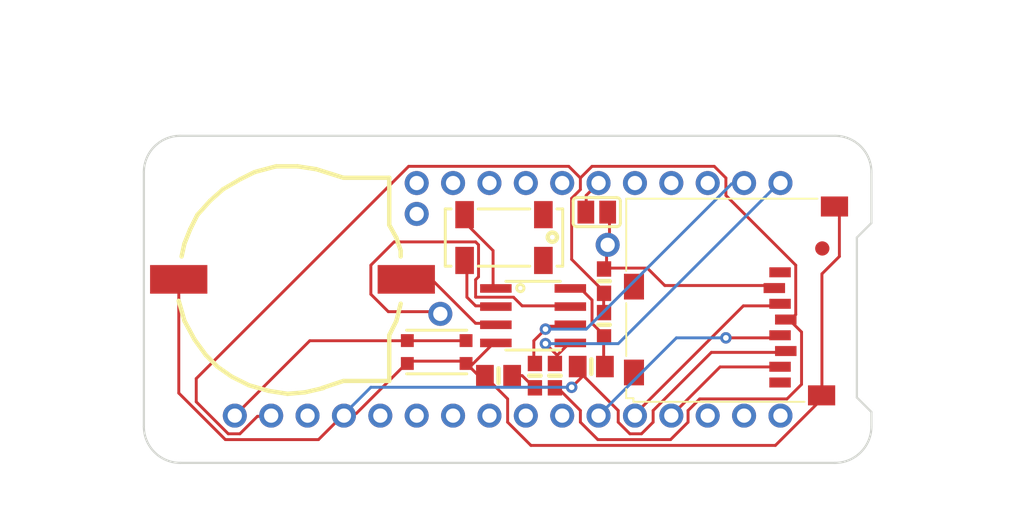
<source format=kicad_pcb>
(kicad_pcb (version 20241229) (generator "pcbnew") (generator_version "9.0")
  (layers (0 "F.Cu" signal "Top") (2 "B.Cu" signal "Bottom") (13 "F.Paste" user) (15 "B.Paste" user) (5 "F.SilkS" user) (7 "B.SilkS" user) (1 "F.Mask" user) (3 "B.Mask" user) (25 "Edge.Cuts" user))
  (net 0 "")
  (net 1 "G")
  (net 2 "TX")
  (net 3 "RX")
  (net 4 "F")
  (net 5 "E")
  (net 6 "D")
  (net 7 "C")
  (net 8 "B")
  (net 9 "A")
  (net 10 "AREF")
  (net 11 "USB")
  (net 12 "N")
  (net 13 "M")
  (net 14 "L")
  (net 15 "J")
  (net 16 "I")
  (net 17 "H")
  (net 18 "SCL")
  (net 19 "SDA")
  (net 20 "GND")
  (net 21 "MOSI")
  (net 22 "MISO")
  (net 23 "SCK")
  (net 24 "+3V3")
  (net 25 "SD_CS")
  (net 26 "RESET")
  (net 27 "N$7")
  (net 28 "N$8")
  (net 29 "VBAT")
  (net 30 "EN")
  (net 31 "CR1220")
  (net 32 "INT1")
  (net 33 "CS")
  (net 34 "N$1")
  (footprint "MICROSD" (layer "F.Cu") (at 156.8831 112.1156 90)
    (property "Reference" "X4" (hide yes))
    (property "Value" "microsd" (hide yes))
    (fp_line (start 14.15 -0.1) (end 14.15 13.25) (stroke (width 0.127)) (layer "F.SilkS"))
    (fp_line (start 9.1 -0.1) (end 14.15 -0.1) (stroke (width 0.127)) (layer "F.SilkS"))
    (fp_line (start 3.15 -0.1) (end 6.85 -0.1) (stroke (width 0.127)) (layer "F.SilkS"))
    (fp_line (start 0.85 -0.1) (end 0.2 -0.1) (stroke (width 0.127)) (layer "F.SilkS"))
    (fp_line (start 0.2 -0.1) (end 0.2 0.4) (stroke (width 0.127)) (layer "F.SilkS"))
    (fp_line (start 0.2 0.4) (end -0.05 0.4) (stroke (width 0.127)) (layer "F.SilkS"))
    (fp_line (start -0.05 0.4) (end -0.05 12.35) (stroke (width 0.127)) (layer "F.SilkS"))
    (pad "1" smd rect (at 9 10.64 90) (size 0.7 1.5) (layers "F.Cu" "F.Mask" "F.Paste"))
    (pad "2" smd rect (at 7.9 10.24 90) (size 0.7 1.5) (layers "F.Cu" "F.Mask" "F.Paste") (net 25 "SD_CS"))
    (pad "3" smd rect (at 6.8 10.64 90) (size 0.7 1.5) (layers "F.Cu" "F.Mask" "F.Paste") (net 21 "MOSI"))
    (pad "4" smd rect (at 5.7 11.04 90) (size 0.7 1.5) (layers "F.Cu" "F.Mask" "F.Paste") (net 24 "+3V3"))
    (pad "5" smd rect (at 4.6 10.64 90) (size 0.7 1.5) (layers "F.Cu" "F.Mask" "F.Paste") (net 23 "SCK"))
    (pad "6" smd rect (at 3.5 11.04 90) (size 0.7 1.5) (layers "F.Cu" "F.Mask" "F.Paste") (net 20 "GND"))
    (pad "7" smd rect (at 2.4 10.64 90) (size 0.7 1.5) (layers "F.Cu" "F.Mask" "F.Paste") (net 22 "MISO"))
    (pad "8" smd rect (at 1.3 10.64 90) (size 0.7 1.5) (layers "F.Cu" "F.Mask" "F.Paste"))
    (pad "CD1" smd rect (at 2 0.44 180) (size 1.4 1.8) (layers "F.Cu" "F.Mask" "F.Paste"))
    (pad "CD2" smd rect (at 8 0.44 180) (size 1.4 1.8) (layers "F.Cu" "F.Mask" "F.Paste"))
    (pad "MT1" smd rect (at 0.4 13.54 90) (size 1.4 1.9) (layers "F.Cu" "F.Mask" "F.Paste") (net 20 "GND"))
    (pad "MT2" smd rect (at 13.6 14.44 90) (size 1.4 1.9) (layers "F.Cu" "F.Mask" "F.Paste") (net 20 "GND"))
  )
  (footprint "BTN_KMR2_4.6X2.8" (layer "F.Cu") (at 143.5481 108.6866 180)
    (property "Reference" "SW1" (hide yes))
    (property "Value" "KMR2" (hide yes))
    (fp_line (start 2.1 1.5254) (end -2.1 1.5254) (stroke (width 0.2032)) (layer "F.SilkS"))
    (fp_line (start -2.1 -1.5254) (end 2.1 -1.5254) (stroke (width 0.2032)) (layer "F.SilkS"))
    (pad "A" smd rect (at 2.05 -0.8 180) (size 0.9 0.9) (layers "F.Cu" "F.Mask" "F.Paste") (net 20 "GND"))
    (pad "A'" smd rect (at -2.05 -0.8 180) (size 0.9 0.9) (layers "F.Cu" "F.Mask" "F.Paste") (net 20 "GND"))
    (pad "B" smd rect (at 2.05 0.8 180) (size 0.9 0.9) (layers "F.Cu" "F.Mask" "F.Paste") (net 26 "RESET"))
    (pad "B'" smd rect (at -2.05 0.8 180) (size 0.9 0.9) (layers "F.Cu" "F.Mask" "F.Paste") (net 26 "RESET"))
  )
  (footprint "SOIC8_150MIL" (layer "F.Cu") (at 150.2791 106.1466 -90)
    (property "Reference" "IC1" (hide yes))
    (property "Value" "PCF8523T" (hide yes))
    (fp_line (start -2.4 1.9) (end -2.4 -1.9) (stroke (width 0.2032)) (layer "F.SilkS"))
    (fp_line (start 2.4 -1.9) (end 2.4 1.9) (stroke (width 0.2032)) (layer "F.SilkS"))
    (fp_circle (center -1.9304 0.889) (end -1.6764 0.889) (stroke (width 0.2032)) (fill no) (layer "F.SilkS"))
    (pad "1" smd rect (at -1.905 2.6 270) (size 0.6 2.2) (layers "F.Cu" "F.Mask" "F.Paste") (net 27 "N$7"))
    (pad "2" smd rect (at -0.635 2.6 270) (size 0.6 2.2) (layers "F.Cu" "F.Mask" "F.Paste") (net 28 "N$8"))
    (pad "3" smd rect (at 0.635 2.6 270) (size 0.6 2.2) (layers "F.Cu" "F.Mask" "F.Paste") (net 31 "CR1220"))
    (pad "4" smd rect (at 1.905 2.6 270) (size 0.6 2.2) (layers "F.Cu" "F.Mask" "F.Paste") (net 20 "GND"))
    (pad "5" smd rect (at 1.905 -2.6 270) (size 0.6 2.2) (layers "F.Cu" "F.Mask" "F.Paste") (net 19 "SDA"))
    (pad "6" smd rect (at 0.635 -2.6 270) (size 0.6 2.2) (layers "F.Cu" "F.Mask" "F.Paste") (net 18 "SCL"))
    (pad "7" smd rect (at -0.635 -2.6 270) (size 0.6 2.2) (layers "F.Cu" "F.Mask" "F.Paste") (net 32 "INT1"))
    (pad "8" smd rect (at -1.905 -2.6 270) (size 0.6 2.2) (layers "F.Cu" "F.Mask" "F.Paste") (net 34 "N$1"))
  )
  (footprint "CRYSTAL_8X3.8" (layer "F.Cu") (at 148.2471 100.6856)
    (property "Reference" "Y1" (hide yes))
    (property "Value" "32khz" (hide yes))
    (fp_line (start -4.1 -2) (end -4.1 2) (stroke (width 0.2032)) (layer "F.SilkS"))
    (fp_line (start -4.1 2) (end -3.7 2) (stroke (width 0.2032)) (layer "F.SilkS"))
    (fp_line (start -3.7 -2) (end -4.1 -2) (stroke (width 0.2032)) (layer "F.SilkS"))
    (fp_line (start -1.8 -2) (end 1.8 -2) (stroke (width 0.2032)) (layer "F.SilkS"))
    (fp_line (start -1.8 2) (end 1.8 2) (stroke (width 0.2032)) (layer "F.SilkS"))
    (fp_line (start 3.7 -2) (end 4.1 -2) (stroke (width 0.2032)) (layer "F.SilkS"))
    (fp_line (start 4.1 -2) (end 4.1 2) (stroke (width 0.2032)) (layer "F.SilkS"))
    (fp_line (start 4.1 2) (end 3.7 2) (stroke (width 0.2032)) (layer "F.SilkS"))
    (fp_circle (center 3.3782 -0.0254) (end 3.701487 -0.0254) (stroke (width 0.3048)) (fill no) (layer "F.SilkS"))
    (pad "P$1" smd rect (at -2.75 1.6) (size 1.3 1.9) (layers "F.Cu" "F.Mask" "F.Paste") (net 28 "N$8"))
    (pad "P$2" smd rect (at 2.75 1.6) (size 1.3 1.9) (layers "F.Cu" "F.Mask" "F.Paste"))
    (pad "P$3" smd rect (at 2.75 -1.6) (size 1.3 1.9) (layers "F.Cu" "F.Mask" "F.Paste"))
    (pad "P$4" smd rect (at -2.75 -1.6) (size 1.3 1.9) (layers "F.Cu" "F.Mask" "F.Paste") (net 27 "N$7"))
  )
  (footprint "0603-NO" (layer "F.Cu") (at 151.8031 110.3376 -90)
    (property "Reference" "R1" (hide yes))
    (property "Value" "10K" (hide yes))
    (fp_line (start 0 -0.4) (end 0 0.4) (stroke (width 0.3048)) (layer "F.SilkS"))
    (pad "1" smd rect (at -0.85 0 270) (size 1.075 1) (layers "F.Cu" "F.Mask" "F.Paste") (net 19 "SDA"))
    (pad "2" smd rect (at 0.85 0 270) (size 1.075 1) (layers "F.Cu" "F.Mask" "F.Paste") (net 24 "+3V3"))
  )
  (footprint "0603-NO" (layer "F.Cu") (at 150.4061 110.3376 -90)
    (property "Reference" "R2" (hide yes))
    (property "Value" "10K" (hide yes))
    (fp_line (start 0 -0.4) (end 0 0.4) (stroke (width 0.3048)) (layer "F.SilkS"))
    (pad "1" smd rect (at -0.85 0 270) (size 1.075 1) (layers "F.Cu" "F.Mask" "F.Paste") (net 18 "SCL"))
    (pad "2" smd rect (at 0.85 0 270) (size 1.075 1) (layers "F.Cu" "F.Mask" "F.Paste") (net 24 "+3V3"))
  )
  (footprint "0603-NO" (layer "F.Cu") (at 155.2321 103.7336 -90)
    (property "Reference" "R3" (hide yes))
    (property "Value" "100K" (hide yes))
    (fp_line (start 0 -0.4) (end 0 0.4) (stroke (width 0.3048)) (layer "F.SilkS"))
    (pad "1" smd rect (at -0.85 0 270) (size 1.075 1) (layers "F.Cu" "F.Mask" "F.Paste") (net 25 "SD_CS"))
    (pad "2" smd rect (at 0.85 0 270) (size 1.075 1) (layers "F.Cu" "F.Mask" "F.Paste") (net 24 "+3V3"))
  )
  (footprint "CR1220-2" (layer "F.Cu") (at 133.1341 103.6066)
    (property "Reference" "B1" (hide yes))
    (property "Value" "cr1220" (hide yes))
    (fp_line (start -7.6 1.5) (end -7.2 2.9) (stroke (width 0.3048)) (layer "F.SilkS"))
    (fp_line (start -7.4 -1.6) (end -7.2 -2.5) (stroke (width 0.3048)) (layer "F.SilkS"))
    (fp_line (start -7.2 -2.5) (end -6.8 -3.5) (stroke (width 0.3048)) (layer "F.SilkS"))
    (fp_line (start -7.2 2.9) (end -6.5 4.2) (stroke (width 0.3048)) (layer "F.SilkS"))
    (fp_line (start -6.8 -3.5) (end -6.3 -4.5) (stroke (width 0.3048)) (layer "F.SilkS"))
    (fp_line (start -6.5 4.2) (end -5.7 5.3) (stroke (width 0.3048)) (layer "F.SilkS"))
    (fp_line (start -6.3 -4.5) (end -5.4 -5.5) (stroke (width 0.3048)) (layer "F.SilkS"))
    (fp_line (start -5.7 5.3) (end -4.9 6.1) (stroke (width 0.3048)) (layer "F.SilkS"))
    (fp_line (start -5.4 -5.5) (end -4.5 -6.3) (stroke (width 0.3048)) (layer "F.SilkS"))
    (fp_line (start -4.9 6.1) (end -3.9 6.8) (stroke (width 0.3048)) (layer "F.SilkS"))
    (fp_line (start -4.5 -6.3) (end -3.3 -7) (stroke (width 0.3048)) (layer "F.SilkS"))
    (fp_line (start -3.9 6.8) (end -2.7 7.4) (stroke (width 0.3048)) (layer "F.SilkS"))
    (fp_line (start -3.3 -7) (end -2.3 -7.5) (stroke (width 0.3048)) (layer "F.SilkS"))
    (fp_line (start -2.7 7.4) (end -1.3 7.8) (stroke (width 0.3048)) (layer "F.SilkS"))
    (fp_line (start -2.3 -7.5) (end -0.8 -7.9) (stroke (width 0.3048)) (layer "F.SilkS"))
    (fp_line (start -1.3 7.8) (end 0 8) (stroke (width 0.3048)) (layer "F.SilkS"))
    (fp_line (start -0.8 -7.9) (end 0.7 -7.9) (stroke (width 0.3048)) (layer "F.SilkS"))
    (fp_line (start 0 8) (end 1.2 7.9) (stroke (width 0.3048)) (layer "F.SilkS"))
    (fp_line (start 0.7 -7.9) (end 2 -7.7) (stroke (width 0.3048)) (layer "F.SilkS"))
    (fp_line (start 1.2 7.9) (end 2.5 7.6) (stroke (width 0.3048)) (layer "F.SilkS"))
    (fp_line (start 2 -7.7) (end 3.9 -7.1) (stroke (width 0.3048)) (layer "F.SilkS"))
    (fp_line (start 2.4 7.6) (end 3.9 7.1) (stroke (width 0.3048)) (layer "F.SilkS"))
    (fp_line (start 3.95 -7.1) (end 7.1 -7.1) (stroke (width 0.3048)) (layer "F.SilkS"))
    (fp_line (start 3.95 7.1) (end 7.1 7.1) (stroke (width 0.3048)) (layer "F.SilkS"))
    (fp_line (start 7.1 -7.1) (end 7.1 -3.8) (stroke (width 0.3048)) (layer "F.SilkS"))
    (fp_line (start 7.1 -3.8) (end 7.6 -2.9) (stroke (width 0.3048)) (layer "F.SilkS"))
    (fp_line (start 7.1 3.9) (end 7.6 2.9) (stroke (width 0.3048)) (layer "F.SilkS"))
    (fp_line (start 7.1 7.1) (end 7.1 3.9) (stroke (width 0.3048)) (layer "F.SilkS"))
    (fp_line (start 7.6 -2.9) (end 7.9 -2) (stroke (width 0.3048)) (layer "F.SilkS"))
    (fp_line (start 7.6 2.9) (end 7.9 1.7) (stroke (width 0.3048)) (layer "F.SilkS"))
    (fp_line (start 7.9 -2) (end 7.9 -1.6) (stroke (width 0.3048)) (layer "F.SilkS"))
    (pad "" np_thru_hole circle (at -3.5 0) (size 1.5 1.5) (drill 1.5) (layers "*.Cu" "*.Mask"))
    (pad "" np_thru_hole circle (at 3.95 0) (size 1.5 1.5) (drill 1.5) (layers "*.Cu" "*.Mask"))
    (pad "+" smd rect (at 8.29 0) (size 4 2) (layers "F.Cu" "F.Mask" "F.Paste") (net 31 "CR1220"))
    (pad "-" smd rect (at -7.6 0) (size 4 2) (layers "F.Cu" "F.Mask" "F.Paste") (net 20 "GND"))
  )
  (footprint "0805-NO" (layer "F.Cu") (at 154.3431 109.7026 180)
    (property "Reference" "C1" (hide yes))
    (property "Value" "10uF" (hide yes))
    (fp_line (start 0 -0.508) (end 0 0.508) (stroke (width 0.3048)) (layer "F.SilkS"))
    (pad "1" smd rect (at -0.95 0 180) (size 1.24 1.5) (layers "F.Cu" "F.Mask" "F.Paste") (net 34 "N$1"))
    (pad "2" smd rect (at 0.95 0 180) (size 1.24 1.5) (layers "F.Cu" "F.Mask" "F.Paste") (net 20 "GND"))
  )
  (footprint "1X11_ROUND" (layer "F.Cu") (at 154.8511 96.8756)
    (property "Reference" "JP1" (hide yes))
    (property "Value" "")
    (pad "1" thru_hole circle (at -12.7 0 90) (size 1.6764 1.6764) (drill 1) (layers "*.Cu" "*.Mask") (net 30 "EN"))
    (pad "2" thru_hole circle (at -10.16 0 90) (size 1.6764 1.6764) (drill 1) (layers "*.Cu" "*.Mask") (net 11 "USB"))
    (pad "3" thru_hole circle (at -7.62 0 90) (size 1.6764 1.6764) (drill 1) (layers "*.Cu" "*.Mask") (net 12 "N"))
    (pad "4" thru_hole circle (at -5.08 0 90) (size 1.6764 1.6764) (drill 1) (layers "*.Cu" "*.Mask") (net 13 "M"))
    (pad "5" thru_hole circle (at -2.54 0 90) (size 1.6764 1.6764) (drill 1) (layers "*.Cu" "*.Mask") (net 14 "L"))
    (pad "6" thru_hole circle (at 0 0 90) (size 1.6764 1.6764) (drill 1) (layers "*.Cu" "*.Mask") (net 33 "CS"))
    (pad "7" thru_hole circle (at 2.54 0 90) (size 1.6764 1.6764) (drill 1) (layers "*.Cu" "*.Mask") (net 15 "J"))
    (pad "8" thru_hole circle (at 5.08 0 90) (size 1.6764 1.6764) (drill 1) (layers "*.Cu" "*.Mask") (net 16 "I"))
    (pad "9" thru_hole circle (at 7.62 0 90) (size 1.6764 1.6764) (drill 1) (layers "*.Cu" "*.Mask") (net 17 "H"))
    (pad "10" thru_hole circle (at 10.16 0 90) (size 1.6764 1.6764) (drill 1) (layers "*.Cu" "*.Mask") (net 18 "SCL"))
    (pad "11" thru_hole circle (at 12.7 0 90) (size 1.6764 1.6764) (drill 1) (layers "*.Cu" "*.Mask") (net 19 "SDA"))
  )
  (footprint "1X16_ROUND" (layer "F.Cu") (at 148.5011 113.1316 180)
    (property "Reference" "JP2" (hide yes))
    (property "Value" "")
    (pad "1" thru_hole circle (at -19.05 0 270) (size 1.6764 1.6764) (drill 1) (layers "*.Cu" "*.Mask") (net 1 "G"))
    (pad "2" thru_hole circle (at -16.51 0 270) (size 1.6764 1.6764) (drill 1) (layers "*.Cu" "*.Mask") (net 2 "TX"))
    (pad "3" thru_hole circle (at -13.97 0 270) (size 1.6764 1.6764) (drill 1) (layers "*.Cu" "*.Mask") (net 3 "RX"))
    (pad "4" thru_hole circle (at -11.43 0 270) (size 1.6764 1.6764) (drill 1) (layers "*.Cu" "*.Mask") (net 22 "MISO"))
    (pad "5" thru_hole circle (at -8.89 0 270) (size 1.6764 1.6764) (drill 1) (layers "*.Cu" "*.Mask") (net 21 "MOSI"))
    (pad "6" thru_hole circle (at -6.35 0 270) (size 1.6764 1.6764) (drill 1) (layers "*.Cu" "*.Mask") (net 23 "SCK"))
    (pad "7" thru_hole circle (at -3.81 0 270) (size 1.6764 1.6764) (drill 1) (layers "*.Cu" "*.Mask") (net 4 "F"))
    (pad "8" thru_hole circle (at -1.27 0 270) (size 1.6764 1.6764) (drill 1) (layers "*.Cu" "*.Mask") (net 5 "E"))
    (pad "9" thru_hole circle (at 1.27 0 270) (size 1.6764 1.6764) (drill 1) (layers "*.Cu" "*.Mask") (net 6 "D"))
    (pad "10" thru_hole circle (at 3.81 0 270) (size 1.6764 1.6764) (drill 1) (layers "*.Cu" "*.Mask") (net 7 "C"))
    (pad "11" thru_hole circle (at 6.35 0 270) (size 1.6764 1.6764) (drill 1) (layers "*.Cu" "*.Mask") (net 8 "B"))
    (pad "12" thru_hole circle (at 8.89 0 270) (size 1.6764 1.6764) (drill 1) (layers "*.Cu" "*.Mask") (net 9 "A"))
    (pad "13" thru_hole circle (at 11.43 0 270) (size 1.6764 1.6764) (drill 1) (layers "*.Cu" "*.Mask") (net 20 "GND"))
    (pad "14" thru_hole circle (at 13.97 0 270) (size 1.6764 1.6764) (drill 1) (layers "*.Cu" "*.Mask") (net 10 "AREF"))
    (pad "15" thru_hole circle (at 16.51 0 270) (size 1.6764 1.6764) (drill 1) (layers "*.Cu" "*.Mask") (net 24 "+3V3"))
    (pad "16" thru_hole circle (at 19.05 0 270) (size 1.6764 1.6764) (drill 1) (layers "*.Cu" "*.Mask") (net 26 "RESET"))
  )
  (footprint "1X01_ROUND" (layer "F.Cu") (at 142.1511 99.0346)
    (property "Reference" "JP3" (hide yes))
    (property "Value" "")
    (pad "1" thru_hole circle (at 0 0 90) (size 1.6764 1.6764) (drill 1) (layers "*.Cu" "*.Mask") (net 29 "VBAT"))
  )
  (footprint "1X01_ROUND" (layer "F.Cu") (at 155.4861 101.1936)
    (property "Reference" "SDCS" (hide yes))
    (property "Value" "")
    (pad "1" thru_hole circle (at 0 0 90) (size 1.6764 1.6764) (drill 1) (layers "*.Cu" "*.Mask") (net 25 "SD_CS"))
  )
  (footprint "SOLDERJUMPER_CLOSEDWIRE" (layer "F.Cu") (at 154.7241 98.9076)
    (property "Reference" "SJ1" (hide yes))
    (property "Value" "")
    (fp_line (start -1.651 0.762) (end -1.651 -0.762) (stroke (width 0.2032)) (layer "F.SilkS"))
    (fp_line (start -1.397 -1.016) (end 1.397 -1.016) (stroke (width 0.2032)) (layer "F.SilkS"))
    (fp_line (start 1.397 1.016) (end -1.397 1.016) (stroke (width 0.2032)) (layer "F.SilkS"))
    (fp_line (start 1.651 0.762) (end 1.651 -0.762) (stroke (width 0.2032)) (layer "F.SilkS"))
    (fp_arc (start -1.651 -0.762) (mid -1.576605 -0.941605) (end -1.397 -1.016) (stroke (width 0.2032)) (layer "F.SilkS"))
    (fp_arc (start -1.397 1.016) (mid -1.576605 0.941605) (end -1.651 0.762) (stroke (width 0.2032)) (layer "F.SilkS"))
    (fp_arc (start 1.397 -1.016) (mid 1.576605 -0.941605) (end 1.651 -0.762) (stroke (width 0.2032)) (layer "F.SilkS"))
    (fp_arc (start 1.651 0.762) (mid 1.576605 0.941605) (end 1.397 1.016) (stroke (width 0.2032)) (layer "F.SilkS"))
    (pad "1" smd rect (at -0.762 0) (size 1.1684 1.6002) (layers "F.Cu" "F.Mask") (net 33 "CS"))
    (pad "2" smd rect (at 0.762 0) (size 1.1684 1.6002) (layers "F.Cu" "F.Mask") (net 25 "SD_CS"))
  )
  (footprint "1X01_ROUND" (layer "F.Cu") (at 143.8021 106.0196)
    (property "Reference" "INT1" (hide yes))
    (property "Value" "")
    (pad "1" thru_hole circle (at 0 0 90) (size 1.6764 1.6764) (drill 1) (layers "*.Cu" "*.Mask") (net 32 "INT1"))
  )
  (footprint "FIDUCIAL_1MM" (layer "F.Cu") (at 170.4721 101.4476)
    (property "Reference" "FID1" (hide yes))
    (property "Value" "FIDUCIAL_1MM" (hide yes))
    (pad "1" smd roundrect (at 0 0) (size 1 1) (layers "F.Cu" "F.Mask") (roundrect_rratio 0.5))
  )
  (footprint "0603-NO" (layer "F.Cu") (at 155.2321 106.7816 -90)
    (property "Reference" "R4" (hide yes))
    (property "Value" "1K" (hide yes))
    (fp_line (start 0 -0.4) (end 0 0.4) (stroke (width 0.3048)) (layer "F.SilkS"))
    (pad "1" smd rect (at -0.85 0 270) (size 1.075 1) (layers "F.Cu" "F.Mask" "F.Paste") (net 24 "+3V3"))
    (pad "2" smd rect (at 0.85 0 270) (size 1.075 1) (layers "F.Cu" "F.Mask" "F.Paste") (net 34 "N$1"))
  )
  (footprint "0805-NO" (layer "F.Cu") (at 147.8661 110.3376 180)
    (property "Reference" "C2" (hide yes))
    (property "Value" "10uF" (hide yes))
    (fp_line (start 0 -0.508) (end 0 0.508) (stroke (width 0.3048)) (layer "F.SilkS"))
    (pad "1" smd rect (at -0.95 0 180) (size 1.24 1.5) (layers "F.Cu" "F.Mask" "F.Paste") (net 24 "+3V3"))
    (pad "2" smd rect (at 0.95 0 180) (size 1.24 1.5) (layers "F.Cu" "F.Mask" "F.Paste") (net 20 "GND"))
  )
  (gr_line (start 173.9011 96.1136) (end 173.9011 99.6696) (stroke (width 0.15)) (layer "Edge.Cuts"))
  (gr_arc (start 171.3611 93.5736) (mid 173.157151 94.317549) (end 173.9011 96.1136) (stroke (width 0.15)) (layer "Edge.Cuts"))
  (gr_line (start 172.8851 100.6856) (end 172.8851 111.8616) (stroke (width 0.15)) (layer "Edge.Cuts"))
  (gr_line (start 173.9011 99.6696) (end 172.8851 100.6856) (stroke (width 0.15)) (layer "Edge.Cuts"))
  (gr_line (start 171.3611 93.5736) (end 125.6411 93.5736) (stroke (width 0.15)) (layer "Edge.Cuts"))
  (gr_line (start 123.1011 113.8936) (end 123.1011 96.1136) (stroke (width 0.15)) (layer "Edge.Cuts"))
  (gr_line (start 172.8851 111.8616) (end 173.9011 112.8776) (stroke (width 0.15)) (layer "Edge.Cuts"))
  (gr_line (start 171.3611 116.4336) (end 125.6411 116.4336) (stroke (width 0.15)) (layer "Edge.Cuts"))
  (gr_arc (start 173.9011 113.8936) (mid 173.157151 115.689651) (end 171.3611 116.4336) (stroke (width 0.15)) (layer "Edge.Cuts"))
  (gr_arc (start 123.1011 96.1136) (mid 123.845049 94.317549) (end 125.6411 93.5736) (stroke (width 0.15)) (layer "Edge.Cuts"))
  (gr_arc (start 125.6411 116.4336) (mid 123.845049 115.689651) (end 123.1011 113.8936) (stroke (width 0.15)) (layer "Edge.Cuts"))
  (gr_line (start 173.9011 112.8776) (end 173.9011 113.8936) (stroke (width 0.15)) (layer "Edge.Cuts"))
  (segment (start 152.7683 106.8832) (end 151.3459 106.8832) (width 0.2032) (layer "F.Cu") (net 18))
  (segment (start 151.3459 106.8832) (end 151.1427 107.0864) (width 0.2032) (layer "F.Cu") (net 18))
  (segment (start 150.3299 107.8992) (end 150.3299 109.3216) (width 0.2032) (layer "F.Cu") (net 18))
  (segment (start 151.1427 107.0864) (end 150.3299 107.8992) (width 0.2032) (layer "F.Cu") (net 18))
  (segment (start 152.7683 106.8832) (end 152.8791 106.7816) (width 0.2032) (layer "F.Cu") (net 18))
  (segment (start 150.3299 109.3216) (end 150.4061 109.4876) (width 0.2032) (layer "F.Cu") (net 18))
  (via (at 151.1427 107.0864) (size 0.8001) (drill 0.3937) (layers "F.Cu" "B.Cu") (net 18))
  (segment (start 153.9875 107.0864) (end 164.1475 96.9264) (width 0.2032) (layer "B.Cu") (net 18))
  (segment (start 151.1427 107.0864) (end 153.9875 107.0864) (width 0.2032) (layer "B.Cu") (net 18))
  (segment (start 164.9603 96.9264) (end 165.0111 96.8756) (width 0.2032) (layer "B.Cu") (net 18))
  (segment (start 164.1475 96.9264) (end 164.9603 96.9264) (width 0.2032) (layer "B.Cu") (net 18))
  (segment (start 152.7683 108.1024) (end 152.8791 108.0516) (width 0.2032) (layer "F.Cu") (net 19))
  (segment (start 152.7683 108.1024) (end 151.9555 108.9152) (width 0.2032) (layer "F.Cu") (net 19))
  (segment (start 151.9555 109.3216) (end 151.8031 109.4876) (width 0.2032) (layer "F.Cu") (net 19))
  (segment (start 151.1427 108.1024) (end 151.9555 108.9152) (width 0.2032) (layer "F.Cu") (net 19))
  (segment (start 151.9555 108.9152) (end 151.9555 109.3216) (width 0.2032) (layer "F.Cu") (net 19))
  (via (at 151.1427 108.1024) (size 0.8001) (drill 0.3937) (layers "F.Cu" "B.Cu") (net 19))
  (segment (start 156.2227 108.1024) (end 151.1427 108.1024) (width 0.2032) (layer "B.Cu") (net 19))
  (segment (start 167.3987 96.9264) (end 156.2227 108.1024) (width 0.2032) (layer "B.Cu") (net 19))
  (segment (start 167.3987 96.9264) (end 167.5511 96.8756) (width 0.2032) (layer "B.Cu") (net 19))
  (segment (start 153.7843 110.3376) (end 153.3931 109.7026) (width 0.2032) (layer "F.Cu") (net 20))
  (segment (start 158.6611 113.5888) (end 157.8483 114.4016) (width 0.2032) (layer "F.Cu") (net 20))
  (segment (start 162.7251 108.712) (end 158.6611 112.776) (width 0.2032) (layer "F.Cu") (net 20))
  (segment (start 156.2227 112.776) (end 153.7843 110.3376) (width 0.2032) (layer "F.Cu") (net 20))
  (segment (start 153.5811 110.1344) (end 153.5811 109.728) (width 0.2032) (layer "F.Cu") (net 20))
  (segment (start 157.8483 114.4016) (end 157.0355 114.4016) (width 0.2032) (layer "F.Cu") (net 20))
  (segment (start 153.7843 110.3376) (end 153.5811 110.1344) (width 0.2032) (layer "F.Cu") (net 20))
  (segment (start 158.6611 112.776) (end 158.6611 113.5888) (width 0.2032) (layer "F.Cu") (net 20))
  (segment (start 156.2227 113.5888) (end 156.2227 112.776) (width 0.2032) (layer "F.Cu") (net 20))
  (segment (start 157.0355 114.4016) (end 156.2227 113.5888) (width 0.2032) (layer "F.Cu") (net 20))
  (segment (start 171.6659 98.7552) (end 171.6659 102.0064) (width 0.2032) (layer "F.Cu") (net 20))
  (segment (start 171.4627 98.552) (end 171.6659 98.7552) (width 0.2032) (layer "F.Cu") (net 20))
  (segment (start 153.5811 109.728) (end 153.3931 109.7026) (width 0.2032) (layer "F.Cu") (net 20))
  (segment (start 171.6659 102.0064) (end 170.4467 103.2256) (width 0.2032) (layer "F.Cu") (net 20))
  (segment (start 145.4531 109.3216) (end 145.5981 109.4866) (width 0.2032) (layer "F.Cu") (net 20))
  (segment (start 141.5923 109.3216) (end 141.4981 109.4866) (width 0.2032) (layer "F.Cu") (net 20))
  (segment (start 167.8051 108.712) (end 167.9231 108.6156) (width 0.2032) (layer "F.Cu") (net 20))
  (segment (start 167.8051 108.712) (end 162.7251 108.712) (width 0.2032) (layer "F.Cu") (net 20))
  (segment (start 170.4467 103.2256) (end 170.4467 111.5568) (width 0.2032) (layer "F.Cu") (net 20))
  (segment (start 145.4531 109.3216) (end 141.5923 109.3216) (width 0.2032) (layer "F.Cu") (net 20))
  (segment (start 171.4627 98.552) (end 171.3231 98.5156) (width 0.2032) (layer "F.Cu") (net 20))
  (segment (start 170.4467 111.5568) (end 170.4231 111.7156) (width 0.2032) (layer "F.Cu") (net 20))
  (segment (start 145.6563 109.5248) (end 145.5981 109.4866) (width 0.2032) (layer "F.Cu") (net 20))
  (segment (start 146.4691 110.3376) (end 146.8755 110.3376) (width 0.2032) (layer "F.Cu") (net 20))
  (segment (start 145.8595 109.728) (end 147.4851 108.1024) (width 0.2032) (layer "F.Cu") (net 20))
  (segment (start 145.6563 109.5248) (end 145.8595 109.728) (width 0.2032) (layer "F.Cu") (net 20))
  (segment (start 145.8595 109.728) (end 146.4691 110.3376) (width 0.2032) (layer "F.Cu") (net 20))
  (segment (start 136.9187 113.1824) (end 135.2931 114.808) (width 0.2032) (layer "F.Cu") (net 20))
  (segment (start 137.9347 112.9792) (end 137.1219 112.9792) (width 0.2032) (layer "F.Cu") (net 20))
  (segment (start 128.7907 114.808) (end 125.5395 111.5568) (width 0.2032) (layer "F.Cu") (net 20))
  (segment (start 135.2931 114.808) (end 128.7907 114.808) (width 0.2032) (layer "F.Cu") (net 20))
  (segment (start 125.5395 103.632) (end 125.5341 103.6066) (width 0.2032) (layer "F.Cu") (net 20))
  (segment (start 141.3891 109.5248) (end 137.9347 112.9792) (width 0.2032) (layer "F.Cu") (net 20))
  (segment (start 170.2435 112.1664) (end 170.2435 111.76) (width 0.2032) (layer "F.Cu") (net 20))
  (segment (start 145.8595 109.728) (end 145.5981 109.4866) (width 0.2032) (layer "F.Cu") (net 20))
  (segment (start 125.5395 111.5568) (end 125.5395 103.632) (width 0.2032) (layer "F.Cu") (net 20))
  (segment (start 167.1955 115.2144) (end 170.2435 112.1664) (width 0.2032) (layer "F.Cu") (net 20))
  (segment (start 136.9187 113.1824) (end 137.0711 113.1316) (width 0.2032) (layer "F.Cu") (net 20))
  (segment (start 150.1267 115.2144) (end 167.1955 115.2144) (width 0.2032) (layer "F.Cu") (net 20))
  (segment (start 141.3891 109.5248) (end 141.4981 109.4866) (width 0.2032) (layer "F.Cu") (net 20))
  (segment (start 147.4851 108.1024) (end 147.6791 108.0516) (width 0.2032) (layer "F.Cu") (net 20))
  (segment (start 137.1219 112.9792) (end 137.0711 113.1316) (width 0.2032) (layer "F.Cu") (net 20))
  (segment (start 148.5011 113.5888) (end 150.1267 115.2144) (width 0.2032) (layer "F.Cu") (net 20))
  (segment (start 148.5011 111.9632) (end 148.5011 113.5888) (width 0.2032) (layer "F.Cu") (net 20))
  (segment (start 170.2435 111.76) (end 170.4231 111.7156) (width 0.2032) (layer "F.Cu") (net 20))
  (segment (start 146.8755 110.3376) (end 146.9161 110.3376) (width 0.2032) (layer "F.Cu") (net 20))
  (segment (start 146.8755 110.3376) (end 148.5011 111.9632) (width 0.2032) (layer "F.Cu") (net 20))
  (segment (start 152.9715 111.1504) (end 153.7843 110.3376) (width 0.2032) (layer "F.Cu") (net 20))
  (via (at 152.9715 111.1504) (size 0.8001) (drill 0.3937) (layers "F.Cu" "B.Cu") (net 20))
  (segment (start 137.1219 112.9792) (end 137.0711 113.1316) (width 0.2032) (layer "B.Cu") (net 20))
  (segment (start 137.1219 112.9792) (end 138.9507 111.1504) (width 0.2032) (layer "B.Cu") (net 20))
  (segment (start 138.9507 111.1504) (end 152.9715 111.1504) (width 0.2032) (layer "B.Cu") (net 20))
  (segment (start 157.4419 112.9792) (end 157.3911 113.1316) (width 0.2032) (layer "F.Cu") (net 21))
  (segment (start 167.3987 105.4608) (end 167.5231 105.3156) (width 0.2032) (layer "F.Cu") (net 21))
  (segment (start 164.9603 105.4608) (end 167.3987 105.4608) (width 0.2032) (layer "F.Cu") (net 21))
  (segment (start 157.4419 112.9792) (end 164.9603 105.4608) (width 0.2032) (layer "F.Cu") (net 21))
  (segment (start 159.9311 113.1316) (end 163.3347 109.728) (width 0.2032) (layer "F.Cu") (net 22))
  (segment (start 163.3347 109.728) (end 167.3987 109.728) (width 0.2032) (layer "F.Cu") (net 22))
  (segment (start 167.3987 109.728) (end 167.5231 109.7156) (width 0.2032) (layer "F.Cu") (net 22))
  (segment (start 163.7411 107.696) (end 167.3987 107.696) (width 0.2032) (layer "F.Cu") (net 23))
  (segment (start 167.3987 107.696) (end 167.5231 107.5156) (width 0.2032) (layer "F.Cu") (net 23))
  (via (at 163.7411 107.696) (size 0.8001) (drill 0.3937) (layers "F.Cu" "B.Cu") (net 23))
  (segment (start 160.2867 107.696) (end 163.7411 107.696) (width 0.2032) (layer "B.Cu") (net 23))
  (segment (start 154.8511 113.1316) (end 160.2867 107.696) (width 0.2032) (layer "B.Cu") (net 23))
  (segment (start 154.8003 114.808) (end 159.8803 114.808) (width 0.2032) (layer "F.Cu") (net 24))
  (segment (start 168.2115 106.4768) (end 168.0083 106.4768) (width 0.2032) (layer "F.Cu") (net 24))
  (segment (start 150.5331 111.1504) (end 150.4061 111.1876) (width 0.2032) (layer "F.Cu") (net 24))
  (segment (start 154.3939 95.7072) (end 153.5811 96.52) (width 0.2032) (layer "F.Cu") (net 24))
  (segment (start 155.2067 104.648) (end 155.2067 105.8672) (width 0.2032) (layer "F.Cu") (net 24))
  (segment (start 169.0243 110.9472) (end 169.0243 107.2896) (width 0.2032) (layer "F.Cu") (net 24))
  (segment (start 159.8803 114.808) (end 161.0995 113.5888) (width 0.2032) (layer "F.Cu") (net 24))
  (segment (start 168.2115 106.4768) (end 168.6179 106.0704) (width 0.2032) (layer "F.Cu") (net 24))
  (segment (start 168.0083 111.9632) (end 169.0243 110.9472) (width 0.2032) (layer "F.Cu") (net 24))
  (segment (start 153.5811 96.52) (end 153.5811 97.3328) (width 0.2032) (layer "F.Cu") (net 24))
  (segment (start 161.0995 112.776) (end 161.9123 111.9632) (width 0.2032) (layer "F.Cu") (net 24))
  (segment (start 155.2067 104.648) (end 155.2321 104.5836) (width 0.2032) (layer "F.Cu") (net 24))
  (segment (start 149.5171 110.3376) (end 148.8161 110.3376) (width 0.2032) (layer "F.Cu") (net 24))
  (segment (start 151.9555 111.1504) (end 153.5811 112.776) (width 0.2032) (layer "F.Cu") (net 24))
  (segment (start 150.3299 111.1504) (end 149.5171 110.3376) (width 0.2032) (layer "F.Cu") (net 24))
  (segment (start 162.9283 95.7072) (end 154.3939 95.7072) (width 0.2032) (layer "F.Cu") (net 24))
  (segment (start 169.0243 107.2896) (end 168.2115 106.4768) (width 0.2032) (layer "F.Cu") (net 24))
  (segment (start 155.2067 105.8672) (end 155.2321 105.9316) (width 0.2032) (layer "F.Cu") (net 24))
  (segment (start 151.7523 111.1504) (end 150.5331 111.1504) (width 0.2032) (layer "F.Cu") (net 24))
  (segment (start 168.6179 106.0704) (end 168.6179 102.616) (width 0.2032) (layer "F.Cu") (net 24))
  (segment (start 153.5811 113.5888) (end 154.8003 114.808) (width 0.2032) (layer "F.Cu") (net 24))
  (segment (start 168.0083 106.4768) (end 167.9231 106.4156) (width 0.2032) (layer "F.Cu") (net 24))
  (segment (start 161.0995 113.5888) (end 161.0995 112.776) (width 0.2032) (layer "F.Cu") (net 24))
  (segment (start 150.3299 111.1504) (end 150.4061 111.1876) (width 0.2032) (layer "F.Cu") (net 24))
  (segment (start 151.9555 111.1504) (end 151.8031 111.1876) (width 0.2032) (layer "F.Cu") (net 24))
  (segment (start 153.5811 112.776) (end 153.5811 113.5888) (width 0.2032) (layer "F.Cu") (net 24))
  (segment (start 161.9123 111.9632) (end 168.0083 111.9632) (width 0.2032) (layer "F.Cu") (net 24))
  (segment (start 152.9715 102.2096) (end 155.2067 104.4448) (width 0.2032) (layer "F.Cu") (net 24))
  (segment (start 163.7411 96.52) (end 162.9283 95.7072) (width 0.2032) (layer "F.Cu") (net 24))
  (segment (start 155.2067 104.4448) (end 155.2321 104.5836) (width 0.2032) (layer "F.Cu") (net 24))
  (segment (start 151.7523 111.1504) (end 151.8031 111.1876) (width 0.2032) (layer "F.Cu") (net 24))
  (segment (start 163.7411 97.7392) (end 163.7411 96.52) (width 0.2032) (layer "F.Cu") (net 24))
  (segment (start 153.5811 97.3328) (end 152.9715 97.9424) (width 0.2032) (layer "F.Cu") (net 24))
  (segment (start 152.9715 97.9424) (end 152.9715 102.2096) (width 0.2032) (layer "F.Cu") (net 24))
  (segment (start 168.6179 102.616) (end 163.7411 97.7392) (width 0.2032) (layer "F.Cu") (net 24))
  (segment (start 129.8067 114.4016) (end 131.0259 113.1824) (width 0.2032) (layer "F.Cu") (net 24))
  (segment (start 153.5811 96.52) (end 152.7683 95.7072) (width 0.2032) (layer "F.Cu") (net 24))
  (segment (start 141.5923 95.7072) (end 126.7587 110.5408) (width 0.2032) (layer "F.Cu") (net 24))
  (segment (start 152.7683 95.7072) (end 141.5923 95.7072) (width 0.2032) (layer "F.Cu") (net 24))
  (segment (start 168.2115 106.4768) (end 167.9231 106.4156) (width 0.2032) (layer "F.Cu") (net 24))
  (segment (start 126.7587 112.1664) (end 128.9939 114.4016) (width 0.2032) (layer "F.Cu") (net 24))
  (segment (start 131.8387 113.1824) (end 131.9911 113.1316) (width 0.2032) (layer "F.Cu") (net 24))
  (segment (start 128.9939 114.4016) (end 129.8067 114.4016) (width 0.2032) (layer "F.Cu") (net 24))
  (segment (start 131.0259 113.1824) (end 131.8387 113.1824) (width 0.2032) (layer "F.Cu") (net 24))
  (segment (start 126.7587 110.5408) (end 126.7587 112.1664) (width 0.2032) (layer "F.Cu") (net 24))
  (segment (start 155.6131 98.9584) (end 155.4861 98.9076) (width 0.2032) (layer "F.Cu") (net 25))
  (segment (start 166.9923 104.0384) (end 167.1231 104.2156) (width 0.2032) (layer "F.Cu") (net 25))
  (segment (start 155.6131 101.1936) (end 155.4861 101.1936) (width 0.2032) (layer "F.Cu") (net 25))
  (segment (start 155.6131 101.1936) (end 155.6131 98.9584) (width 0.2032) (layer "F.Cu") (net 25))
  (segment (start 155.4099 102.8192) (end 158.2547 102.8192) (width 0.2032) (layer "F.Cu") (net 25))
  (segment (start 155.4099 102.8192) (end 155.2321 102.8836) (width 0.2032) (layer "F.Cu") (net 25))
  (segment (start 158.2547 102.8192) (end 159.4739 104.0384) (width 0.2032) (layer "F.Cu") (net 25))
  (segment (start 159.4739 104.0384) (end 166.9923 104.0384) (width 0.2032) (layer "F.Cu") (net 25))
  (segment (start 155.4099 101.1936) (end 155.4099 102.8192) (width 0.2032) (layer "F.Cu") (net 25))
  (segment (start 155.4099 101.1936) (end 155.4861 101.1936) (width 0.2032) (layer "F.Cu") (net 25))
  (segment (start 129.4511 113.1316) (end 134.6835 107.8992) (width 0.2032) (layer "F.Cu") (net 26))
  (segment (start 134.6835 107.8992) (end 141.3891 107.8992) (width 0.2032) (layer "F.Cu") (net 26))
  (segment (start 145.4531 107.8992) (end 145.5981 107.8866) (width 0.2032) (layer "F.Cu") (net 26))
  (segment (start 141.5923 107.8992) (end 141.4981 107.8866) (width 0.2032) (layer "F.Cu") (net 26))
  (segment (start 141.3891 107.8992) (end 141.4981 107.8866) (width 0.2032) (layer "F.Cu") (net 26))
  (segment (start 145.4531 107.8992) (end 141.5923 107.8992) (width 0.2032) (layer "F.Cu") (net 26))
  (segment (start 145.6563 99.1616) (end 145.4971 99.0856) (width 0.2032) (layer "F.Cu") (net 27))
  (segment (start 145.6563 99.7712) (end 145.6563 99.1616) (width 0.2032) (layer "F.Cu") (net 27))
  (segment (start 147.4851 104.2416) (end 147.4851 101.6) (width 0.2032) (layer "F.Cu") (net 27))
  (segment (start 147.4851 101.6) (end 145.6563 99.7712) (width 0.2032) (layer "F.Cu") (net 27))
  (segment (start 147.4851 104.2416) (end 147.6791 104.2416) (width 0.2032) (layer "F.Cu") (net 27))
  (segment (start 145.6563 102.4128) (end 145.4971 102.2856) (width 0.2032) (layer "F.Cu") (net 28))
  (segment (start 147.4851 105.4608) (end 146.2659 105.4608) (width 0.2032) (layer "F.Cu") (net 28))
  (segment (start 146.2659 105.4608) (end 145.6563 104.8512) (width 0.2032) (layer "F.Cu") (net 28))
  (segment (start 147.4851 105.4608) (end 147.6791 105.5116) (width 0.2032) (layer "F.Cu") (net 28))
  (segment (start 145.6563 104.8512) (end 145.6563 102.4128) (width 0.2032) (layer "F.Cu") (net 28))
  (segment (start 147.4851 106.68) (end 147.6791 106.7816) (width 0.2032) (layer "F.Cu") (net 31))
  (segment (start 141.5923 103.632) (end 143.2179 103.632) (width 0.2032) (layer "F.Cu") (net 31))
  (segment (start 141.5923 103.632) (end 141.4241 103.6066) (width 0.2032) (layer "F.Cu") (net 31))
  (segment (start 143.2179 103.632) (end 146.2659 106.68) (width 0.2032) (layer "F.Cu") (net 31))
  (segment (start 146.2659 106.68) (end 147.4851 106.68) (width 0.2032) (layer "F.Cu") (net 31))
  (segment (start 146.4691 103.4288) (end 146.2659 103.632) (width 0.2032) (layer "F.Cu") (net 32))
  (segment (start 146.2659 103.632) (end 146.2659 104.8512) (width 0.2032) (layer "F.Cu") (net 32))
  (segment (start 143.6243 105.8672) (end 143.8021 106.0196) (width 0.2032) (layer "F.Cu") (net 32))
  (segment (start 143.6243 105.8672) (end 140.1699 105.8672) (width 0.2032) (layer "F.Cu") (net 32))
  (segment (start 140.5763 100.9904) (end 146.2659 100.9904) (width 0.2032) (layer "F.Cu") (net 32))
  (segment (start 146.2659 104.8512) (end 148.9075 104.8512) (width 0.2032) (layer "F.Cu") (net 32))
  (segment (start 149.5171 105.4608) (end 152.7683 105.4608) (width 0.2032) (layer "F.Cu") (net 32))
  (segment (start 148.9075 104.8512) (end 149.5171 105.4608) (width 0.2032) (layer "F.Cu") (net 32))
  (segment (start 138.9507 104.648) (end 138.9507 102.616) (width 0.2032) (layer "F.Cu") (net 32))
  (segment (start 138.9507 102.616) (end 140.5763 100.9904) (width 0.2032) (layer "F.Cu") (net 32))
  (segment (start 140.1699 105.8672) (end 138.9507 104.648) (width 0.2032) (layer "F.Cu") (net 32))
  (segment (start 152.7683 105.4608) (end 152.8791 105.5116) (width 0.2032) (layer "F.Cu") (net 32))
  (segment (start 146.2659 100.9904) (end 146.4691 101.1936) (width 0.2032) (layer "F.Cu") (net 32))
  (segment (start 146.4691 101.1936) (end 146.4691 103.4288) (width 0.2032) (layer "F.Cu") (net 32))
  (segment (start 153.9875 98.7552) (end 153.9621 98.9076) (width 0.2032) (layer "F.Cu") (net 33))
  (segment (start 153.9875 97.7392) (end 153.9875 98.7552) (width 0.2032) (layer "F.Cu") (net 33))
  (segment (start 154.8511 96.8756) (end 153.9875 97.7392) (width 0.2032) (layer "F.Cu") (net 33))
  (segment (start 154.3939 106.68) (end 155.2067 107.4928) (width 0.2032) (layer "F.Cu") (net 34))
  (segment (start 152.8791 104.2416) (end 153.5811 104.2416) (width 0.2032) (layer "F.Cu") (net 34))
  (segment (start 154.3939 105.0544) (end 154.3939 106.68) (width 0.2032) (layer "F.Cu") (net 34))
  (segment (start 153.5811 104.2416) (end 154.3939 105.0544) (width 0.2032) (layer "F.Cu") (net 34))
  (segment (start 155.2067 107.696) (end 155.2321 107.6316) (width 0.2032) (layer "F.Cu") (net 34))
  (segment (start 155.2067 109.5248) (end 155.2067 107.696) (width 0.2032) (layer "F.Cu") (net 34))
  (segment (start 155.2067 107.4928) (end 155.2321 107.6316) (width 0.2032) (layer "F.Cu") (net 34))
  (segment (start 155.2067 109.5248) (end 155.2931 109.7026) (width 0.2032) (layer "F.Cu") (net 34))
)
</source>
